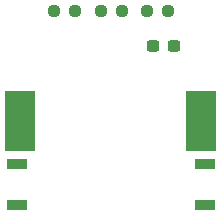
<source format=gbr>
%TF.GenerationSoftware,KiCad,Pcbnew,(6.0.0)*%
%TF.CreationDate,2022-01-30T23:08:43+01:00*%
%TF.ProjectId,TINYPLAY_PCB,54494e59-504c-4415-995f-5043422e6b69,rev?*%
%TF.SameCoordinates,Original*%
%TF.FileFunction,Paste,Bot*%
%TF.FilePolarity,Positive*%
%FSLAX46Y46*%
G04 Gerber Fmt 4.6, Leading zero omitted, Abs format (unit mm)*
G04 Created by KiCad (PCBNEW (6.0.0)) date 2022-01-30 23:08:43*
%MOMM*%
%LPD*%
G01*
G04 APERTURE LIST*
G04 Aperture macros list*
%AMRoundRect*
0 Rectangle with rounded corners*
0 $1 Rounding radius*
0 $2 $3 $4 $5 $6 $7 $8 $9 X,Y pos of 4 corners*
0 Add a 4 corners polygon primitive as box body*
4,1,4,$2,$3,$4,$5,$6,$7,$8,$9,$2,$3,0*
0 Add four circle primitives for the rounded corners*
1,1,$1+$1,$2,$3*
1,1,$1+$1,$4,$5*
1,1,$1+$1,$6,$7*
1,1,$1+$1,$8,$9*
0 Add four rect primitives between the rounded corners*
20,1,$1+$1,$2,$3,$4,$5,0*
20,1,$1+$1,$4,$5,$6,$7,0*
20,1,$1+$1,$6,$7,$8,$9,0*
20,1,$1+$1,$8,$9,$2,$3,0*%
G04 Aperture macros list end*
%ADD10RoundRect,0.237500X0.250000X0.237500X-0.250000X0.237500X-0.250000X-0.237500X0.250000X-0.237500X0*%
%ADD11R,2.500000X5.100000*%
%ADD12RoundRect,0.237500X-0.300000X-0.237500X0.300000X-0.237500X0.300000X0.237500X-0.300000X0.237500X0*%
%ADD13R,1.700000X0.900000*%
G04 APERTURE END LIST*
D10*
%TO.C,R6*%
X94112500Y-29800000D03*
X92287500Y-29800000D03*
%TD*%
D11*
%TO.C,BT1*%
X96850000Y-39150000D03*
X81550000Y-39150000D03*
%TD*%
D12*
%TO.C,C1*%
X92837500Y-32750000D03*
X94562500Y-32750000D03*
%TD*%
D10*
%TO.C,R4*%
X86212500Y-29800000D03*
X84387500Y-29800000D03*
%TD*%
D13*
%TO.C,SW3*%
X81300000Y-42800000D03*
X81300000Y-46200000D03*
%TD*%
%TO.C,SW2*%
X97200000Y-46200000D03*
X97200000Y-42800000D03*
%TD*%
D10*
%TO.C,R5*%
X90212500Y-29800000D03*
X88387500Y-29800000D03*
%TD*%
M02*

</source>
